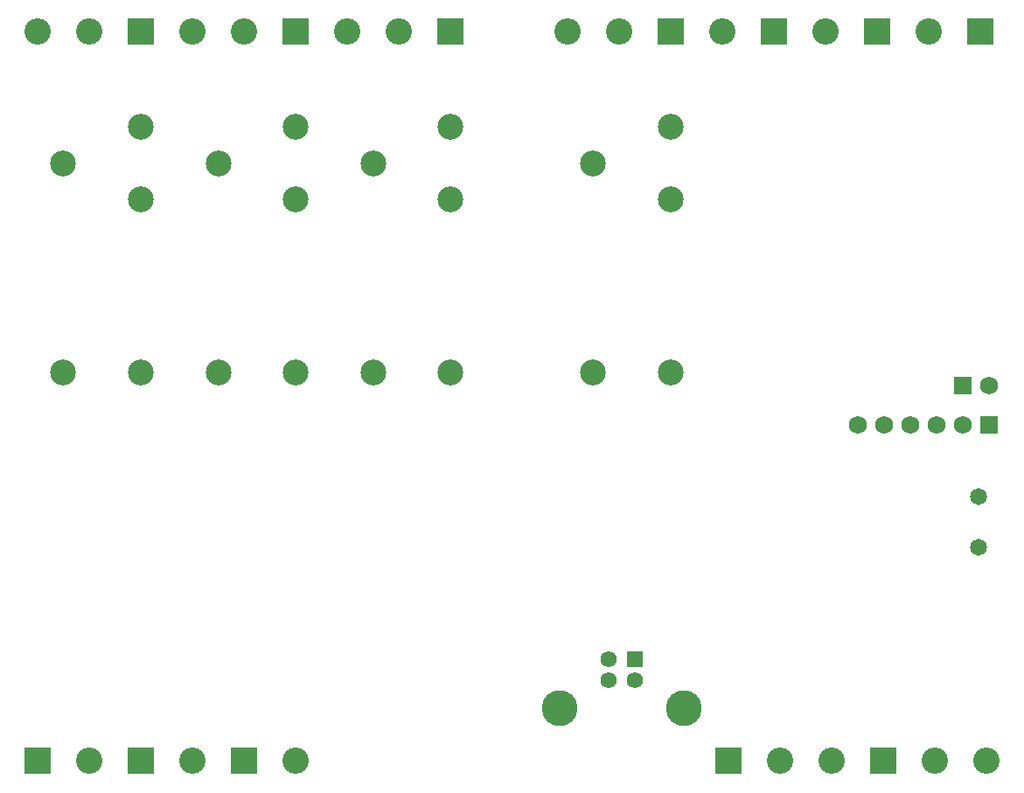
<source format=gbs>
G04*
G04 #@! TF.GenerationSoftware,Altium Limited,Altium Designer,22.10.1 (41)*
G04*
G04 Layer_Color=16711935*
%FSLAX43Y43*%
%MOMM*%
G71*
G04*
G04 #@! TF.SameCoordinates,EA9DE7AC-8BC7-4C06-A1B2-E8C90DB669E4*
G04*
G04*
G04 #@! TF.FilePolarity,Negative*
G04*
G01*
G75*
%ADD62C,2.500*%
%ADD63C,3.468*%
%ADD64C,1.580*%
%ADD65R,1.580X1.580*%
%ADD66C,1.752*%
%ADD67R,1.752X1.752*%
%ADD68C,1.652*%
%ADD69C,2.552*%
%ADD70R,2.552X2.552*%
%ADD71C,0.152*%
D62*
X8151Y2286D02*
D03*
X15651D02*
D03*
X8151Y22586D02*
D03*
X15651Y19086D02*
D03*
Y26086D02*
D03*
X-5651Y26086D02*
D03*
Y19086D02*
D03*
X-13151Y22586D02*
D03*
X-5651Y2286D02*
D03*
X-13151D02*
D03*
X-28151D02*
D03*
X-20651D02*
D03*
X-28151Y22586D02*
D03*
X-20651Y19086D02*
D03*
Y26086D02*
D03*
X-35651D02*
D03*
Y19086D02*
D03*
X-43151Y22586D02*
D03*
X-35651Y2286D02*
D03*
X-43151D02*
D03*
D63*
X16925Y-30165D02*
D03*
X4885D02*
D03*
D64*
X12155Y-27455D02*
D03*
X9655D02*
D03*
Y-25455D02*
D03*
D65*
X12155D02*
D03*
D66*
X33780Y-2742D02*
D03*
X36320D02*
D03*
X38860D02*
D03*
X41400D02*
D03*
X43940D02*
D03*
X46487Y1068D02*
D03*
D67*
X46480Y-2742D02*
D03*
X43947Y1068D02*
D03*
D68*
X45413Y-14587D02*
D03*
Y-9707D02*
D03*
D69*
X46251Y-35300D02*
D03*
X41251D02*
D03*
X-20651Y-35300D02*
D03*
X26251Y-35300D02*
D03*
X31251D02*
D03*
X-30651Y-35300D02*
D03*
X-40651D02*
D03*
X5651Y35300D02*
D03*
X10651D02*
D03*
X40651Y35300D02*
D03*
X-45651D02*
D03*
X-40651D02*
D03*
X30651D02*
D03*
X20651D02*
D03*
X-30651D02*
D03*
X-25651D02*
D03*
X-10651D02*
D03*
X-15651D02*
D03*
D70*
X36251Y-35300D02*
D03*
X-25651Y-35300D02*
D03*
X21251Y-35300D02*
D03*
X-35651Y-35300D02*
D03*
X-45651D02*
D03*
X15651Y35300D02*
D03*
X45651Y35300D02*
D03*
X-35651D02*
D03*
X35651D02*
D03*
X25651D02*
D03*
X-20651D02*
D03*
X-5651D02*
D03*
D71*
X32500Y-27500D02*
D03*
X-32500D02*
D03*
X32500Y27500D02*
D03*
M02*

</source>
